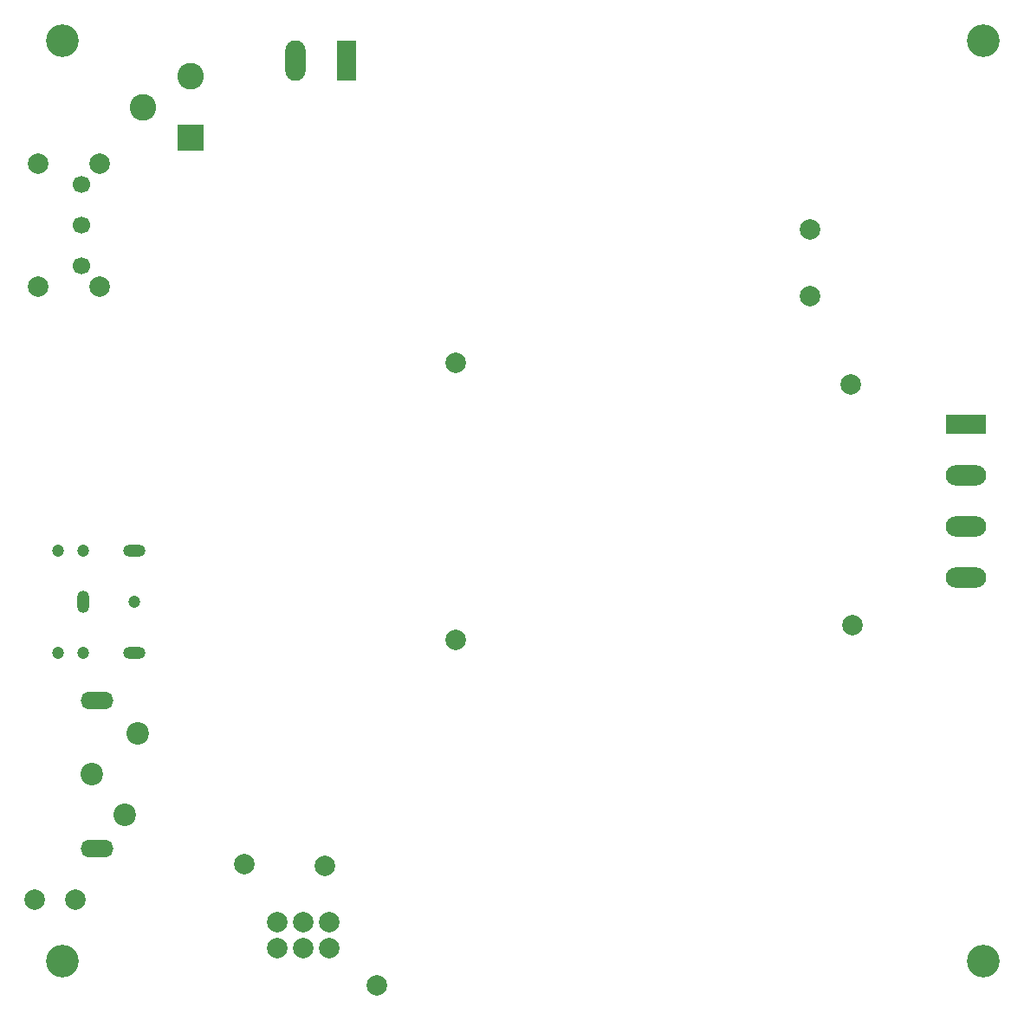
<source format=gbs>
%TF.GenerationSoftware,KiCad,Pcbnew,8.0.7*%
%TF.CreationDate,2025-01-07T23:02:54-05:00*%
%TF.ProjectId,Class AB Stereo Amp SMD,436c6173-7320-4414-9220-53746572656f,rev?*%
%TF.SameCoordinates,Original*%
%TF.FileFunction,Soldermask,Bot*%
%TF.FilePolarity,Negative*%
%FSLAX46Y46*%
G04 Gerber Fmt 4.6, Leading zero omitted, Abs format (unit mm)*
G04 Created by KiCad (PCBNEW 8.0.7) date 2025-01-07 23:02:54*
%MOMM*%
%LPD*%
G01*
G04 APERTURE LIST*
%ADD10R,2.600000X2.600000*%
%ADD11C,2.600000*%
%ADD12C,2.000000*%
%ADD13R,1.980000X3.960000*%
%ADD14O,1.980000X3.960000*%
%ADD15C,1.200000*%
%ADD16O,2.200000X1.200000*%
%ADD17O,1.200000X2.200000*%
%ADD18C,3.200000*%
%ADD19C,1.700000*%
%ADD20R,3.960000X1.980000*%
%ADD21O,3.960000X1.980000*%
%ADD22O,3.200000X1.700000*%
%ADD23C,2.200000*%
G04 APERTURE END LIST*
D10*
%TO.C,J2*%
X117500000Y-64500000D03*
D11*
X117500000Y-58500000D03*
X112800000Y-61500000D03*
%TD*%
D12*
%TO.C,TP6*%
X130600000Y-135700000D03*
%TD*%
%TO.C,TP4*%
X106250000Y-139000000D03*
%TD*%
%TO.C,TP9*%
X143400000Y-113600000D03*
%TD*%
%TO.C,TP8*%
X143400000Y-86500000D03*
%TD*%
%TO.C,RV1*%
X131000000Y-141250000D03*
X128500000Y-141250000D03*
X126000000Y-141250000D03*
X131000000Y-143750000D03*
X128500000Y-143750000D03*
X126000000Y-143750000D03*
%TD*%
D13*
%TO.C,J1*%
X132765000Y-57000000D03*
D14*
X127765000Y-57000000D03*
%TD*%
D15*
%TO.C,J3*%
X107000000Y-104850000D03*
X104500000Y-104850000D03*
X112000000Y-109850000D03*
X107000000Y-114850000D03*
X104500000Y-114850000D03*
D16*
X112000000Y-104850000D03*
D17*
X107000000Y-109850000D03*
D16*
X112000000Y-114850000D03*
%TD*%
D18*
%TO.C,H2*%
X195000000Y-55000000D03*
%TD*%
D12*
%TO.C,SW1*%
X108582500Y-67042500D03*
X102582500Y-67042500D03*
X108582500Y-79042500D03*
X102582500Y-79042500D03*
D19*
X106832500Y-69042500D03*
X106832500Y-73042500D03*
X106832500Y-77042500D03*
%TD*%
D20*
%TO.C,J4*%
X193250000Y-92500000D03*
D21*
X193250000Y-97500000D03*
X193250000Y-102500000D03*
X193250000Y-107500000D03*
%TD*%
D18*
%TO.C,H1*%
X105000000Y-55000000D03*
%TD*%
D12*
%TO.C,TP10*%
X182000000Y-88600000D03*
%TD*%
%TO.C,TP11*%
X182200000Y-112200000D03*
%TD*%
D18*
%TO.C,H3*%
X105000000Y-145000000D03*
%TD*%
D12*
%TO.C,TP5*%
X122750000Y-135500000D03*
%TD*%
%TO.C,TP1*%
X178000000Y-80000000D03*
%TD*%
%TO.C,TP7*%
X135700000Y-147400000D03*
%TD*%
D22*
%TO.C,J6*%
X108317500Y-134000000D03*
X108317500Y-119500000D03*
D23*
X112317500Y-122750000D03*
X111067500Y-130750000D03*
X107817500Y-126750000D03*
%TD*%
D18*
%TO.C,H4*%
X195000000Y-145000000D03*
%TD*%
D12*
%TO.C,TP2*%
X178000000Y-73500000D03*
%TD*%
%TO.C,TP3*%
X102250000Y-139000000D03*
%TD*%
M02*

</source>
